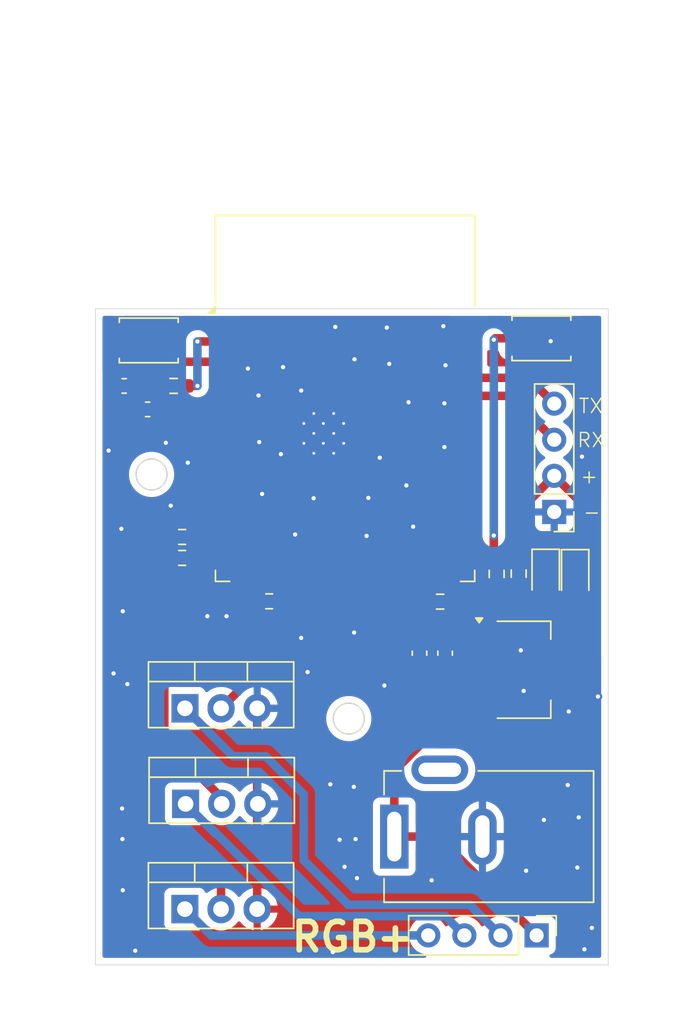
<source format=kicad_pcb>
(kicad_pcb (version 20241229) (generator "pcbnew") (generator_version "9.0")
  (layers (0 "F.Cu" signal) (2 "B.Cu" signal) (13 "F.Paste" user) (15 "B.Paste" user) (5 "F.SilkS" user "F.Silkscreen") (7 "B.SilkS" user "B.Silkscreen") (1 "F.Mask" user) (3 "B.Mask" user) (25 "Edge.Cuts" user))
  (net 0 "")
  (net 1 "/VDD33")
  (net 2 "GND")
  (net 3 "/EN")
  (net 4 "Net-(D5-A)")
  (net 5 "Net-(D6-A)")
  (net 6 "VCC")
  (net 7 "Net-(J2-Pin_3)")
  (net 8 "Net-(J2-Pin_4)")
  (net 9 "Net-(J2-Pin_2)")
  (net 10 "/TX")
  (net 11 "/RX")
  (net 12 "Net-(Q1-D)")
  (net 13 "Net-(Q2-D)")
  (net 14 "Net-(Q3-D)")
  (net 15 "/IO2")
  (net 16 "/IO0")
  (net 17 "/IO12")
  (net 18 "/IO13")
  (net 19 "/IO14")
  (net 20 "/IO16")
  (net 21 "/IO23")
  (net 22 "/IO15")
  (net 24 "/IO33")
  (net 25 "/IO17")
  (net 27 "/IO32")
  (net 28 "/IO35")
  (net 30 "/SVN")
  (net 31 "/SVP")
  (net 32 "/IO26")
  (net 33 "/IO4")
  (net 36 "/IO22")
  (net 37 "/IO25")
  (net 38 "/IO18")
  (net 39 "/IO5")
  (net 40 "/IO21")
  (net 41 "/IO19")
  (net 44 "/IO27")
  (net 45 "/IO34")
  (footprint "Package_TO_SOT_THT:TO-220-3_Vertical" (layer "F.Cu") (at 142.345 72.725)
    (property "Reference" "Q3" (hide yes))
    (property "Value" "IRLZ44N")
    (fp_line (start -2.57 -3.26) (end 7.65 -3.26) (stroke (width 0.12)) (layer "F.SilkS"))
    (fp_line (start -2.57 -1.88) (end 7.65 -1.88) (stroke (width 0.12)) (layer "F.SilkS"))
    (fp_line (start -2.57 1.36) (end -2.57 -3.26) (stroke (width 0.12)) (layer "F.SilkS"))
    (fp_line (start 0.69 -3.26) (end 0.69 -1.88) (stroke (width 0.12)) (layer "F.SilkS"))
    (fp_line (start 4.39 -3.26) (end 4.39 -1.88) (stroke (width 0.12)) (layer "F.SilkS"))
    (fp_line (start 7.65 -3.26) (end 7.65 1.36) (stroke (width 0.12)) (layer "F.SilkS"))
    (fp_line (start 7.65 1.36) (end -2.57 1.36) (stroke (width 0.12)) (layer "F.SilkS"))
    (pad "1" thru_hole rect (at 0 0) (size 1.905 2) (drill 1.1) (layers "*.Cu" "*.Mask") (net 8 "Net-(J2-Pin_4)"))
    (pad "2" thru_hole oval (at 2.54 0) (size 1.905 2) (drill 1.1) (layers "*.Cu" "*.Mask") (net 14 "Net-(Q3-D)"))
    (pad "3" thru_hole oval (at 5.08 0) (size 1.905 2) (drill 1.1) (layers "*.Cu" "*.Mask") (net 2 "GND"))
  )
  (footprint "Connector_PinHeader_2.54mm:PinHeader_1x04_P2.54mm_Vertical" (layer "F.Cu") (at 168.325 44.79 180)
    (property "Reference" "J3" (hide yes))
    (property "Value" "Conn_01x04_Pin")
    (fp_line (start 1.38 1.27) (end 1.38 9) (stroke (width 0.12)) (layer "F.SilkS"))
    (fp_line (start -1.38 9) (end 1.38 9) (stroke (width 0.12)) (layer "F.SilkS"))
    (fp_line (start -1.38 1.27) (end 1.38 1.27) (stroke (width 0.12)) (layer "F.SilkS"))
    (fp_line (start -1.38 1.27) (end -1.38 9) (stroke (width 0.12)) (layer "F.SilkS"))
    (fp_line (start -1.38 0) (end -1.38 -1.38) (stroke (width 0.12)) (layer "F.SilkS"))
    (fp_line (start -1.38 -1.38) (end 0 -1.38) (stroke (width 0.12)) (layer "F.SilkS"))
    (pad "1" thru_hole rect (at 0 0 180) (size 1.7 1.7) (drill 1) (layers "*.Cu" "*.Mask") (net 2 "GND"))
    (pad "2" thru_hole circle (at 0 2.54 180) (size 1.7 1.7) (drill 1) (layers "*.Cu" "*.Mask") (net 1 "/VDD33"))
    (pad "3" thru_hole circle (at 0 5.08 180) (size 1.7 1.7) (drill 1) (layers "*.Cu" "*.Mask") (net 11 "/RX"))
    (pad "4" thru_hole circle (at 0 7.62 180) (size 1.7 1.7) (drill 1) (layers "*.Cu" "*.Mask") (net 10 "/TX"))
  )
  (footprint "Capacitor_SMD:C_0603_1608Metric_Pad1.08x0.95mm_HandSolder" (layer "F.Cu") (at 138.075 35.925)
    (property "Reference" "C18" (hide yes))
    (property "Value" "104")
    (fp_line (start -0.146267 -0.51) (end 0.146267 -0.51) (stroke (width 0.12)) (layer "F.SilkS"))
    (fp_line (start -0.146267 0.51) (end 0.146267 0.51) (stroke (width 0.12)) (layer "F.SilkS"))
    (pad "1" smd roundrect (at -0.8625 0) (size 1.075 0.95) (layers "F.Cu" "F.Mask" "F.Paste") (net 2 "GND"))
    (pad "2" smd roundrect (at 0.8625 0) (size 1.075 0.95) (layers "F.Cu" "F.Mask" "F.Paste") (net 3 "/EN"))
  )
  (footprint "Resistor_SMD:R_0603_1608Metric_Pad0.98x0.95mm_HandSolder" (layer "F.Cu") (at 160.3 51.1)
    (property "Reference" "R1" (hide yes))
    (property "Value" "1k")
    (fp_line (start -0.254724 -0.5225) (end 0.254724 -0.5225) (stroke (width 0.12)) (layer "F.SilkS"))
    (fp_line (start -0.254724 0.5225) (end 0.254724 0.5225) (stroke (width 0.12)) (layer "F.SilkS"))
    (pad "1" smd roundrect (at -0.9125 0) (size 0.975 0.95) (layers "F.Cu" "F.Mask" "F.Paste") (net 15 "/IO2"))
    (pad "2" smd roundrect (at 0.9125 0) (size 0.975 0.95) (layers "F.Cu" "F.Mask" "F.Paste") (net 5 "Net-(D6-A)"))
  )
  (footprint "Button_Switch_SMD:SW_Push_SPST_NO_Alps_SKRK" (layer "F.Cu") (at 167.425 32.575)
    (property "Reference" "SW4" (hide yes))
    (property "Value" "SW_Push")
    (fp_line (start -2.07 -1.57) (end 2.07 -1.57) (stroke (width 0.12)) (layer "F.SilkS"))
    (fp_line (start -2.07 -1.27) (end -2.07 -1.57) (stroke (width 0.12)) (layer "F.SilkS"))
    (fp_line (start -2.07 1.57) (end -2.07 1.27) (stroke (width 0.12)) (layer "F.SilkS"))
    (fp_line (start 2.07 -1.57) (end 2.07 -1.27) (stroke (width 0.12)) (layer "F.SilkS"))
    (fp_line (start 2.07 1.27) (end 2.07 1.57) (stroke (width 0.12)) (layer "F.SilkS"))
    (fp_line (start 2.07 1.57) (end -2.07 1.57) (stroke (width 0.12)) (layer "F.SilkS"))
    (pad "1" smd roundrect (at -2.1 0) (size 0.8 2) (layers "F.Cu" "F.Mask" "F.Paste") (net 16 "/IO0"))
    (pad "2" smd roundrect (at 2.1 0) (size 0.8 2) (layers "F.Cu" "F.Mask" "F.Paste") (net 2 "GND"))
  )
  (footprint "Package_TO_SOT_SMD:SOT-223-3_TabPin2" (layer "F.Cu") (at 166.175 55.8875)
    (property "Reference" "U2" (hide yes))
    (property "Value" "AMS1117-3.3")
    (fp_line (start -1.85 -3.41) (end 1.91 -3.41) (stroke (width 0.12)) (layer "F.SilkS"))
    (fp_line (start -1.85 3.41) (end 1.91 3.41) (stroke (width 0.12)) (layer "F.SilkS"))
    (fp_line (start 1.91 -3.41) (end 1.91 -2.15) (stroke (width 0.12)) (layer "F.SilkS"))
    (fp_line (start 1.91 3.41) (end 1.91 2.15) (stroke (width 0.12)) (layer "F.SilkS"))
    (fp_poly (pts (xy -3.13 -3.31) (xy -3.37 -3.64) (xy -2.89 -3.64) (xy -3.13 -3.31)) (stroke (width 0.12)) (fill yes) (layer "F.SilkS"))
    (pad "1" smd roundrect (at -3.15 -2.3) (size 2 1.5) (layers "F.Cu" "F.Mask" "F.Paste") (net 2 "GND"))
    (pad "2" smd roundrect (at -3.15 0) (size 2 1.5) (layers "F.Cu" "F.Mask" "F.Paste") (net 1 "/VDD33"))
    (pad "2" smd roundrect (at 3.15 0) (size 2 3.8) (layers "F.Cu" "F.Mask" "F.Paste") (net 1 "/VDD33"))
    (pad "3" smd roundrect (at -3.15 2.3) (size 2 1.5) (layers "F.Cu" "F.Mask" "F.Paste") (net 6 "VCC"))
  )
  (footprint "Resistor_SMD:R_0603_1608Metric_Pad0.98x0.95mm_HandSolder" (layer "F.Cu") (at 141.55 35.925 180)
    (property "Reference" "R3" (hide yes))
    (property "Value" "10K")
    (fp_line (start -0.254724 0.5225) (end 0.254724 0.5225) (stroke (width 0.12)) (layer "F.SilkS"))
    (fp_line (start -0.254724 -0.5225) (end 0.254724 -0.5225) (stroke (width 0.12)) (layer "F.SilkS"))
    (pad "1" smd roundrect (at -0.9125 0 180) (size 0.975 0.95) (layers "F.Cu" "F.Mask" "F.Paste") (net 1 "/VDD33"))
    (pad "2" smd roundrect (at 0.9125 0 180) (size 0.975 0.95) (layers "F.Cu" "F.Mask" "F.Paste") (net 3 "/EN"))
  )
  (footprint "LED_SMD:LED_0805_2012Metric_Pad1.15x1.40mm_HandSolder" (layer "F.Cu") (at 169.8 49.3 -90)
    (property "Reference" "D6" (hide yes))
    (property "Value" "LED")
    (fp_line (start -1.86 0.96) (end 1 0.96) (stroke (width 0.12)) (layer "F.SilkS"))
    (fp_line (start -1.86 -0.96) (end -1.86 0.96) (stroke (width 0.12)) (layer "F.SilkS"))
    (fp_line (start 1 -0.96) (end -1.86 -0.96) (stroke (width 0.12)) (layer "F.SilkS"))
    (pad "1" smd roundrect (at -1.025 0 270) (size 1.15 1.4) (layers "F.Cu" "F.Mask" "F.Paste") (roundrect_rratio 0.217391) (net 2 "GND"))
    (pad "2" smd roundrect (at 1.025 0 270) (size 1.15 1.4) (layers "F.Cu" "F.Mask" "F.Paste") (roundrect_rratio 0.217391) (net 5 "Net-(D6-A)"))
  )
  (footprint "Package_TO_SOT_THT:TO-220-3_Vertical" (layer "F.Cu") (at 142.395 65.325)
    (property "Reference" "Q1" (hide yes))
    (property "Value" "IRLZ44N")
    (fp_line (start -2.57 -3.26) (end 7.65 -3.26) (stroke (width 0.12)) (layer "F.SilkS"))
    (fp_line (start -2.57 -1.88) (end 7.65 -1.88) (stroke (width 0.12)) (layer "F.SilkS"))
    (fp_line (start -2.57 1.36) (end -2.57 -3.26) (stroke (width 0.12)) (layer "F.SilkS"))
    (fp_line (start 0.69 -3.26) (end 0.69 -1.88) (stroke (width 0.12)) (layer "F.SilkS"))
    (fp_line (start 4.39 -3.26) (end 4.39 -1.88) (stroke (width 0.12)) (layer "F.SilkS"))
    (fp_line (start 7.65 -3.26) (end 7.65 1.36) (stroke (width 0.12)) (layer "F.SilkS"))
    (fp_line (start 7.65 1.36) (end -2.57 1.36) (stroke (width 0.12)) (layer "F.SilkS"))
    (pad "1" thru_hole rect (at 0 0) (size 1.905 2) (drill 1.1) (layers "*.Cu" "*.Mask") (net 7 "Net-(J2-Pin_3)"))
    (pad "2" thru_hole oval (at 2.54 0) (size 1.905 2) (drill 1.1) (layers "*.Cu" "*.Mask") (net 12 "Net-(Q1-D)"))
    (pad "3" thru_hole oval (at 5.08 0) (size 1.905 2) (drill 1.1) (layers "*.Cu" "*.Mask") (net 2 "GND"))
  )
  (footprint "Resistor_SMD:R_0603_1608Metric_Pad0.98x0.95mm_HandSolder" (layer "F.Cu") (at 165.825 49.125 -90)
    (property "Reference" "R2" (hide yes))
    (property "Value" "2.2k")
    (fp_line (start -0.254724 0.5225) (end 0.254724 0.5225) (stroke (width 0.12)) (layer "F.SilkS"))
    (fp_line (start -0.254724 -0.5225) (end 0.254724 -0.5225) (stroke (width 0.12)) (layer "F.SilkS"))
    (pad "1" smd roundrect (at -0.9125 0 270) (size 0.975 0.95) (layers "F.Cu" "F.Mask" "F.Paste") (net 1 "/VDD33"))
    (pad "2" smd roundrect (at 0.9125 0 270) (size 0.975 0.95) (layers "F.Cu" "F.Mask" "F.Paste") (net 4 "Net-(D5-A)"))
  )
  (footprint "LED_SMD:LED_0805_2012Metric_Pad1.15x1.40mm_HandSolder" (layer "F.Cu") (at 167.725 49.275 -90)
    (property "Reference" "D5" (hide yes))
    (property "Value" "LED")
    (fp_line (start -1.86 0.96) (end 1 0.96) (stroke (width 0.12)) (layer "F.SilkS"))
    (fp_line (start -1.86 -0.96) (end -1.86 0.96) (stroke (width 0.12)) (layer "F.SilkS"))
    (fp_line (start 1 -0.96) (end -1.86 -0.96) (stroke (width 0.12)) (layer "F.SilkS"))
    (pad "1" smd roundrect (at -1.025 0 270) (size 1.15 1.4) (layers "F.Cu" "F.Mask" "F.Paste") (roundrect_rratio 0.217391) (net 2 "GND"))
    (pad "2" smd roundrect (at 1.025 0 270) (size 1.15 1.4) (layers "F.Cu" "F.Mask" "F.Paste") (roundrect_rratio 0.217391) (net 4 "Net-(D5-A)"))
  )
  (footprint "Resistor_SMD:R_0603_1608Metric_Pad0.98x0.95mm_HandSolder" (layer "F.Cu") (at 164.275 49.15 90)
    (property "Reference" "R4" (hide yes))
    (property "Value" "10K")
    (fp_line (start -0.254724 -0.5225) (end 0.254724 -0.5225) (stroke (width 0.12)) (layer "F.SilkS"))
    (fp_line (start -0.254724 0.5225) (end 0.254724 0.5225) (stroke (width 0.12)) (layer "F.SilkS"))
    (pad "1" smd roundrect (at -0.9125 0 90) (size 0.975 0.95) (layers "F.Cu" "F.Mask" "F.Paste") (net 1 "/VDD33"))
    (pad "2" smd roundrect (at 0.9125 0 90) (size 0.975 0.95) (layers "F.Cu" "F.Mask" "F.Paste") (net 16 "/IO0"))
  )
  (footprint "Package_TO_SOT_THT:TO-220-3_Vertical" (layer "F.Cu") (at 142.35 58.6)
    (property "Reference" "Q2" (hide yes))
    (property "Value" "IRLZ44N")
    (fp_line (start -2.57 -3.26) (end 7.65 -3.26) (stroke (width 0.12)) (layer "F.SilkS"))
    (fp_line (start -2.57 -1.88) (end 7.65 -1.88) (stroke (width 0.12)) (layer "F.SilkS"))
    (fp_line (start -2.57 1.36) (end -2.57 -3.26) (stroke (width 0.12)) (layer "F.SilkS"))
    (fp_line (start 0.69 -3.26) (end 0.69 -1.88) (stroke (width 0.12)) (layer "F.SilkS"))
    (fp_line (start 4.39 -3.26) (end 4.39 -1.88) (stroke (width 0.12)) (layer "F.SilkS"))
    (fp_line (start 7.65 -3.26) (end 7.65 1.36) (stroke (width 0.12)) (layer "F.SilkS"))
    (fp_line (start 7.65 1.36) (end -2.57 1.36) (stroke (width 0.12)) (layer "F.SilkS"))
    (pad "1" thru_hole rect (at 0 0) (size 1.905 2) (drill 1.1) (layers "*.Cu" "*.Mask") (net 9 "Net-(J2-Pin_2)"))
    (pad "2" thru_hole oval (at 2.54 0) (size 1.905 2) (drill 1.1) (layers "*.Cu" "*.Mask") (net 13 "Net-(Q2-D)"))
    (pad "3" thru_hole oval (at 5.08 0) (size 1.905 2) (drill 1.1) (layers "*.Cu" "*.Mask") (net 2 "GND"))
  )
  (footprint "Capacitor_SMD:C_0603_1608Metric" (layer "F.Cu") (at 158.85 54.725 90)
    (property "Reference" "C2" (hide yes))
    (property "Value" "C")
    (fp_line (start -0.14058 -0.51) (end 0.14058 -0.51) (stroke (width 0.12)) (layer "F.SilkS"))
    (fp_line (start -0.14058 0.51) (end 0.14058 0.51) (stroke (width 0.12)) (layer "F.SilkS"))
    (pad "1" smd roundrect (at -0.775 0 90) (size 0.9 0.95) (layers "F.Cu" "F.Mask" "F.Paste") (net 1 "/VDD33"))
    (pad "2" smd roundrect (at 0.775 0 90) (size 0.9 0.95) (layers "F.Cu" "F.Mask" "F.Paste") (net 2 "GND"))
  )
  (footprint "Button_Switch_SMD:SW_Push_SPST_NO_Alps_SKRK" (layer "F.Cu") (at 139.8 32.725)
    (property "Reference" "SW3" (hide yes))
    (property "Value" "SW_Push")
    (fp_line (start -2.07 -1.57) (end 2.07 -1.57) (stroke (width 0.12)) (layer "F.SilkS"))
    (fp_line (start -2.07 -1.27) (end -2.07 -1.57) (stroke (width 0.12)) (layer "F.SilkS"))
    (fp_line (start -2.07 1.57) (end -2.07 1.27) (stroke (width 0.12)) (layer "F.SilkS"))
    (fp_line (start 2.07 -1.57) (end 2.07 -1.27) (stroke (width 0.12)) (layer "F.SilkS"))
    (fp_line (start 2.07 1.27) (end 2.07 1.57) (stroke (width 0.12)) (layer "F.SilkS"))
    (fp_line (start 2.07 1.57) (end -2.07 1.57) (stroke (width 0.12)) (layer "F.SilkS"))
    (pad "1" smd roundrect (at -2.1 0) (size 0.8 2) (layers "F.Cu" "F.Mask" "F.Paste") (net 3 "/EN"))
    (pad "2" smd roundrect (at 2.1 0) (size 0.8 2) (layers "F.Cu" "F.Mask" "F.Paste") (net 2 "GND"))
  )
  (footprint "Connector_BarrelJack:BarrelJack_Kycon_KLDX-0202-xC_Horizontal" (layer "F.Cu") (at 157.075 67.625 180)
    (property "Reference" "J1" (hide yes))
    (property "Value" "Barrel_Jack_MountingPin")
    (fp_line (start 0.72 4.62) (end 0.72 2.95) (stroke (width 0.12)) (layer "F.SilkS"))
    (fp_line (start 0.72 -2.95) (end 0.72 -4.62) (stroke (width 0.12)) (layer "F.SilkS"))
    (fp_line (start 0.72 -4.62) (end -14.02 -4.62) (stroke (width 0.12)) (layer "F.SilkS"))
    (fp_line (start -0.5 4.62) (end 0.72 4.62) (stroke (width 0.12)) (layer "F.SilkS"))
    (fp_line (start -14.02 4.62) (end -5.9 4.62) (stroke (width 0.12)) (layer "F.SilkS"))
    (fp_line (start -14.02 -4.62) (end -14.02 4.62) (stroke (width 0.12)) (layer "F.SilkS"))
    (pad "1" thru_hole rect (at 0 0 180) (size 2 4.5) (drill oval 1 3.5) (layers "*.Cu" "*.Mask") (net 6 "VCC"))
    (pad "2" thru_hole oval (at -6.2 0 180) (size 2 4) (drill oval 1 3) (layers "*.Cu" "*.Mask") (net 2 "GND"))
    (pad "3" thru_hole oval (at -3.2 4.7 270) (size 2 4) (drill oval 1 3) (layers "*.Cu" "*.Mask"))
  )
  (footprint "Capacitor_SMD:C_0603_1608Metric" (layer "F.Cu") (at 160.65 54.725 90)
    (property "Reference" "C1" (hide yes))
    (property "Value" "C")
    (fp_line (start -0.14058 -0.51) (end 0.14058 -0.51) (stroke (width 0.12)) (layer "F.SilkS"))
    (fp_line (start -0.14058 0.51) (end 0.14058 0.51) (stroke (width 0.12)) (layer "F.SilkS"))
    (pad "1" smd roundrect (at -0.775 0 90) (size 0.9 0.95) (layers "F.Cu" "F.Mask" "F.Paste") (net 1 "/VDD33"))
    (pad "2" smd roundrect (at 0.775 0 90) (size 0.9 0.95) (layers "F.Cu" "F.Mask" "F.Paste") (net 2 "GND"))
  )
  (footprint "RF_Module:ESP32-WROOM-32D" (layer "F.Cu") (at 153.6125 39.795)
    (property "Reference" "U1" (hide yes))
    (property "Value" "ESP32-WROOM-32E")
    (fp_line (start -9.12 -15.86) (end -9.12 -9.7) (stroke (width 0.12)) (layer "F.SilkS"))
    (fp_line (start -9.12 -15.86) (end 9.12 -15.86) (stroke (width 0.12)) (layer "F.SilkS"))
    (fp_line (start -9.12 9.1) (end -9.12 9.88) (stroke (width 0.12)) (layer "F.SilkS"))
    (fp_line (start -9.12 9.88) (end -8.12 9.88) (stroke (width 0.12)) (layer "F.SilkS"))
    (fp_line (start 9.12 -15.86) (end 9.12 -9.445) (stroke (width 0.12)) (layer "F.SilkS"))
    (fp_line (start 9.12 9.1) (end 9.12 9.88) (stroke (width 0.12)) (layer "F.SilkS"))
    (fp_line (start 9.12 9.88) (end 8.12 9.88) (stroke (width 0.12)) (layer "F.SilkS"))
    (fp_poly (pts (xy -9.125 -8.975) (xy -9.625 -8.975) (xy -9.125 -9.475) (xy -9.125 -8.975)) (stroke (width 0.12)) (fill yes) (layer "F.SilkS"))
    (pad "1" smd rect (at -8.75 -8.25) (size 1.5 0.9) (layers "F.Cu" "F.Mask" "F.Paste") (net 2 "GND"))
    (pad "2" smd rect (at -8.75 -6.98) (size 1.5 0.9) (layers "F.Cu" "F.Mask" "F.Paste") (net 1 "/VDD33"))
    (pad "3" smd rect (at -8.75 -5.71) (size 1.5 0.9) (layers "F.Cu" "F.Mask" "F.Paste") (net 3 "/EN"))
    (pad "4" smd rect (at -8.75 -4.44) (size 1.5 0.9) (layers "F.Cu" "F.Mask" "F.Paste") (net 31 "/SVP"))
    (pad "5" smd rect (at -8.75 -3.17) (size 1.5 0.9) (layers "F.Cu" "F.Mask" "F.Paste") (net 30 "/SVN"))
    (pad "6" smd rect (at -8.75 -1.9) (size 1.5 0.9) (layers "F.Cu" "F.Mask" "F.Paste") (net 45 "/IO34"))
    (pad "7" smd rect (at -8.75 -0.63) (size 1.5 0.9) (layers "F.Cu" "F.Mask" "F.Paste") (net 28 "/IO35"))
    (pad "8" smd rect (at -8.75 0.64) (size 1.5 0.9) (layers "F.Cu" "F.Mask" "F.Paste") (net 27 "/IO32"))
    (pad "9" smd rect (at -8.75 1.91) (size 1.5 0.9) (layers "F.Cu" "F.Mask" "F.Paste") (net 24 "/IO33"))
    (pad "10" smd rect (at -8.75 3.18) (size 1.5 0.9) (layers "F.Cu" "F.Mask" "F.Paste") (net 37 "/IO25"))
    (pad "11" smd rect (at -8.75 4.45) (size 1.5 0.9) (layers "F.Cu" "F.Mask" "F.Paste") (net 32 "/IO26"))
    (pad "12" smd rect (at -8.75 5.72) (size 1.5 0.9) (layers "F.Cu" "F.Mask" "F.Paste") (net 44 "/IO27"))
    (pad "13" smd rect (at -8.75 6.99) (size 1.5 0.9) (layers "F.Cu" "F.Mask" "F.Paste") (net 19 "/IO14"))
    (pad "14" smd rect (at -8.75 8.26) (size 1.5 0.9) (layers "F.Cu" "F.Mask" "F.Paste") (net 17 "/IO12"))
    (pad "15" smd rect (at -5.71 9.51 90) (size 1.5 0.9) (layers "F.Cu" "F.Mask" "F.Paste") (net 2 "GND"))
    (pad "16" smd rect (at -4.44 9.51 90) (size 1.5 0.9) (layers "F.Cu" "F.Mask" "F.Paste") (net 18 "/IO13"))
    (pad "17" smd rect (at -3.17 9.51 90) (size 1.5 0.9) (layers "F.Cu" "F.Mask" "F.Paste"))
    (pad "18" smd rect (at -1.9 9.51 90) (size 1.5 0.9) (layers "F.Cu" "F.Mask" "F.Paste"))
    (pad "19" smd rect (at -0.63 9.51 90) (size 1.5 0.9) (layers "F.Cu" "F.Mask" "F.Paste"))
    (pad "20" smd rect (at 0.64 9.51 90) (size 1.5 0.9) (layers "F.Cu" "F.Mask" "F.Paste"))
    (pad "21" smd rect (at 1.91 9.51 90) (size 1.5 0.9) (layers "F.Cu" "F.Mask" "F.Paste"))
    (pad "22" smd rect (at 3.18 9.51 90) (size 1.5 0.9) (layers "F.Cu" "F.Mask" "F.Paste"))
    (pad "23" smd rect (at 4.45 9.51 90) (size 1.5 0.9) (layers "F.Cu" "F.Mask" "F.Paste") (net 22 "/IO15"))
    (pad "24" smd rect (at 5.72 9.51 90) (size 1.5 0.9) (layers "F.Cu" "F.Mask" "F.Paste") (net 15 "/IO2"))
    (pad "25" smd rect (at 8.75 8.26) (size 1.5 0.9) (layers "F.Cu" "F.Mask" "F.Paste") (net 16 "/IO0"))
    (pad "26" smd rect (at 8.75 6.99) (size 1.5 0.9) (layers "F.Cu" "F.Mask" "F.Paste") (net 33 "/IO4"))
    (pad "27" smd rect (at 8.75 5.72) (size 1.5 0.9) (layers "F.Cu" "F.Mask" "F.Paste") (net 20 "/IO16"))
    (pad "28" smd rect (at 8.75 4.45) (size 1.5 0.9) (layers "F.Cu" "F.Mask" "F.Paste") (net 25 "/IO17"))
    (pad "29" smd rect (at 8.75 3.18) (size 1.5 0.9) (layers "F.Cu" "F.Mask" "F.Paste") (net 39 "/IO5"))
    (pad "30" smd rect (at 8.75 1.91) (size 1.5 0.9) (layers "F.Cu" "F.Mask" "F.Paste") (net 38 "/IO18"))
    (pad "31" smd rect (at 8.75 0.64) (size 1.5 0.9) (layers "F.Cu" "F.Mask" "F.Paste") (net 41 "/IO19"))
    (pad "32" smd rect (at 8.75 -0.63) (size 1.5 0.9) (layers "F.Cu" "F.Mask" "F.Paste"))
    (pad "33" smd rect (at 8.75 -1.9) (size 1.5 0.9) (layers "F.Cu" "F.Mask" "F.Paste") (net 40 "/IO21"))
    (pad "34" smd rect (at 8.75 -3.17) (size 1.5 0.9) (layers "F.Cu" "F.Mask" "F.Paste") (net 11 "/RX"))
    (pad "35" smd rect (at 8.75 -4.44) (size 1.5 0.9) (layers "F.Cu" "F.Mask" "F.Paste") (net 10 "/TX"))
    (pad "36" smd rect (at 8.75 -5.71) (size 1.5 0.9) (layers "F.Cu" "F.Mask" "F.Paste") (net 36 "/IO22"))
    (pad "37" smd rect (at 8.75 -6.98) (size 1.5 0.9) (layers "F.Cu" "F.Mask" "F.Paste") (net 21 "/IO23"))
    (pad "38" smd rect (at 8.75 -8.25) (size 1.5 0.9) (layers "F.Cu" "F.Mask" "F.Paste") (net 2 "GND"))
    (pad "39" smd rect (at -2.9 -1.93) (size 0.9 0.9) (layers "F.Cu" "F.Paste") (net 2 "GND"))
    (pad "39" thru_hole circle (at -2.9 -1.23) (size 0.6 0.6) (drill 0.2) (property pad_prop_heatsink) (layers "*.Cu" "F.Mask") (net 2 "GND"))
    (pad "39" smd rect (at -2.9 -0.53) (size 0.9 0.9) (layers "F.Cu" "F.Paste") (net 2 "GND"))
    (pad "39" thru_hole circle (at -2.9 0.17) (size 0.6 0.6) (drill 0.2) (property pad_prop_heatsink) (layers "*.Cu" "F.Mask") (net 2 "GND"))
    (pad "39" smd rect (at -2.9 0.87) (size 0.9 0.9) (layers "F.Cu" "F.Paste") (net 2 "GND"))
    (pad "39" thru_hole circle (at -2.2 -1.93) (size 0.6 0.6) (drill 0.2) (property pad_prop_heatsink) (layers "*.Cu" "F.Mask") (net 2 "GND"))
    (pad "39" thru_hole circle (at -2.2 -0.53) (size 0.6 0.6) (drill 0.2) (property pad_prop_heatsink) (layers "*.Cu" "F.Mask") (net 2 "GND"))
    (pad "39" thru_hole circle (at -2.2 0.87) (size 0.6 0.6) (drill 0.2) (property pad_prop_heatsink) (layers "*.Cu" "F.Mask") (net 2 "GND"))
    (pad "39" thru_hole circle (at -1.525 -1.23) (size 0.6 0.6) (drill 0.2) (property pad_prop_heatsink) (layers "*.Cu" "F.Mask") (net 2 "GND"))
    (pad "39" thru_hole circle (at -1.525 0.17) (size 0.6 0.6) (drill 0.2) (property pad_prop_heatsink) (layers "*.Cu" "F.Mask") (net 2 "GND"))
    (pad "39" smd rect (at -1.5 -1.93) (size 0.9 0.9) (layers "F.Cu" "F.Paste") (net 2 "GND"))
    (pad "39" smd rect (at -1.5 -0.53) (size 0.9 0.9) (layers "F.Cu" "F.Paste") (net 2 "GND"))
    (pad "39" smd rect (at -1.5 -0.53) (size 3.8 3.8) (property pad_prop_heatsink) (layers "F.Cu" "F.Mask") (net 2 "GND"))
    (pad "39" smd rect (at -1.5 0.87) (size 0.9 0.9) (layers "F.Cu" "F.Paste") (net 2 "GND"))
    (pad "39" thru_hole circle (at -0.8 -1.93) (size 0.6 0.6) (drill 0.2) (property pad_prop_heatsink) (layers "*.Cu" "F.Mask") (net 2 "GND"))
    (pad "39" thru_hole circle (at -0.8 -0.53) (size 0.6 0.6) (drill 0.2) (property pad_prop_heatsink) (layers "*.Cu" "F.Mask") (net 2 "GND"))
    (pad "39" thru_hole circle (at -0.8 0.87) (size 0.6 0.6) (drill 0.2) (property pad_prop_heatsink) (layers "*.Cu" "F.Mask") (net 2 "GND"))
    (pad "39" smd rect (at -0.1 -1.93) (size 0.9 0.9) (layers "F.Cu" "F.Paste") (net 2 "GND"))
    (pad "39" thru_hole circle (at -0.1 -1.23) (size 0.6 0.6) (drill 0.2) (property pad_prop_heatsink) (layers "*.Cu" "F.Mask") (net 2 "GND"))
    (pad "39" smd rect (at -0.1 -0.53) (size 0.9 0.9) (layers "F.Cu" "F.Paste") (net 2 "GND"))
    (pad "39" thru_hole circle (at -0.1 0.17) (size 0.6 0.6) (drill 0.2) (property pad_prop_heatsink) (layers "*.Cu" "F.Mask") (net 2 "GND"))
    (pad "39" smd rect (at -0.1 0.87) (size 0.9 0.9) (layers "F.Cu" "F.Paste") (net 2 "GND"))
    (zone (net 0) (net_name "") (layers "F.Cu" "B.Cu") (connect_pads (clearance 0)) (min_thickness 0.254)
      (keepout (tracks not_allowed) (vias not_allowed) (pads not_allowed) (copperpour not_allowed) (footprints not_allowed))
      (fill (thermal_gap 0.508) (thermal_bridge_width 0.508))
      (polygon (pts (xy 129.6125 30.245) (xy 177.6125 30.245) (xy 177.6125 9.055) (xy 129.6125 9.055)))
    )
  )
  (footprint "Resistor_SMD:R_0603_1608Metric" (layer "F.Cu") (at 148.275 51.075)
    (property "Reference" "R6" (hide yes))
    (property "Value" "220R")
    (fp_line (start -0.237258 -0.5225) (end 0.237258 -0.5225) (stroke (width 0.12)) (layer "F.SilkS"))
    (fp_line (start -0.237258 0.5225) (end 0.237258 0.5225) (stroke (width 0.12)) (layer "F.SilkS"))
    (pad "1" smd roundrect (at -0.825 0) (size 0.8 0.95) (layers "F.Cu" "F.Mask" "F.Paste") (net 13 "Net-(Q2-D)"))
    (pad "2" smd roundrect (at 0.825 0) (size 0.8 0.95) (layers "F.Cu" "F.Mask" "F.Paste") (net 18 "/IO13"))
  )
  (footprint "Resistor_SMD:R_0603_1608Metric" (layer "F.Cu") (at 142.15 46.55)
    (property "Reference" "R7" (hide yes))
    (property "Value" "220")
    (fp_line (start -0.237258 -0.5225) (end 0.237258 -0.5225) (stroke (width 0.12)) (layer "F.SilkS"))
    (fp_line (start -0.237258 0.5225) (end 0.237258 0.5225) (stroke (width 0.12)) (layer "F.SilkS"))
    (pad "1" smd roundrect (at -0.825 0) (size 0.8 0.95) (layers "F.Cu" "F.Mask" "F.Paste") (net 14 "Net-(Q3-D)"))
    (pad "2" smd roundrect (at 0.825 0) (size 0.8 0.95) (layers "F.Cu" "F.Mask" "F.Paste") (net 19 "/IO14"))
  )
  (footprint "Capacitor_SMD:C_0603_1608Metric_Pad1.08x0.95mm_HandSolder" (layer "F.Cu") (at 139.725 37.575)
    (property "Reference" "C22" (hide yes))
    (property "Value" "47uF")
    (fp_line (start -0.146267 -0.51) (end 0.146267 -0.51) (stroke (width 0.12)) (layer "F.SilkS"))
    (fp_line (start -0.146267 0.51) (end 0.146267 0.51) (stroke (width 0.12)) (layer "F.SilkS"))
    (pad "1" smd roundrect (at -0.8625 0) (size 1.075 0.95) (layers "F.Cu" "F.Mask" "F.Paste") (net 2 "GND"))
    (pad "2" smd roundrect (at 0.8625 0) (size 1.075 0.95) (layers "F.Cu" "F.Mask" "F.Paste") (net 1 "/VDD33"))
  )
  (footprint "Resistor_SMD:R_0603_1608Metric" (layer "F.Cu") (at 142.15 48.025)
    (property "Reference" "R5" (hide yes))
    (property "Value" "220R")
    (fp_line (start -0.237258 -0.5225) (end 0.237258 -0.5225) (stroke (width 0.12)) (layer "F.SilkS"))
    (fp_line (start -0.237258 0.5225) (end 0.237258 0.5225) (stroke (width 0.12)) (layer "F.SilkS"))
    (pad "1" smd roundrect (at -0.825 0) (size 0.8 0.95) (layers "F.Cu" "F.Mask" "F.Paste") (net 12 "Net-(Q1-D)"))
    (pad "2" smd roundrect (at 0.825 0) (size 0.8 0.95) (layers "F.Cu" "F.Mask" "F.Paste") (net 17 "/IO12"))
  )
  (footprint "Connector_PinHeader_2.54mm:PinHeader_1x04_P2.54mm_Vertical" (layer "F.Cu") (at 167.085 74.575 -90)
    (property "Reference" "J2" (hide yes))
    (property "Value" "Conn_01x04_Pin")
    (fp_line (start -1.38 9) (end 1.38 9) (stroke (width 0.12)) (layer "F.SilkS"))
    (fp_line (start -1.38 1.27) (end -1.38 9) (stroke (width 0.12)) (layer "F.SilkS"))
    (fp_line (start -1.38 1.27) (end 1.38 1.27) (stroke (width 0.12)) (layer "F.SilkS"))
    (fp_line (start 1.38 1.27) (end 1.38 9) (stroke (width 0.12)) (layer "F.SilkS"))
    (fp_line (start -1.38 0) (end -1.38 -1.38) (stroke (width 0.12)) (layer "F.SilkS"))
    (fp_line (start -1.38 -1.38) (end 0 -1.38) (stroke (width 0.12)) (layer "F.SilkS"))
    (pad "1" thru_hole rect (at 0 0 270) (size 1.7 1.7) (drill 1) (layers "*.Cu" "*.Mask") (net 6 "VCC"))
    (pad "2" thru_hole circle (at 0 2.54 270) (size 1.7 1.7) (drill 1) (layers "*.Cu" "*.Mask") (net 9 "Net-(J2-Pin_2)"))
    (pad "3" thru_hole circle (at 0 5.08 270) (size 1.7 1.7) (drill 1) (layers "*.Cu" "*.Mask") (net 7 "Net-(J2-Pin_3)"))
    (pad "4" thru_hole circle (at 0 7.62 270) (size 1.7 1.7) (drill 1) (layers "*.Cu" "*.Mask") (net 8 "Net-(J2-Pin_4)"))
  )
  (gr_circle (center 153.875 59.325) (end 154.525 60.2) (stroke (width 0.1)) (fill no) (layer "Edge.Cuts"))
  (gr_rect (start 136.05 30.5) (end 172.125 76.65) (stroke (width 0.05)) (fill no) (layer "Edge.Cuts"))
  (gr_circle (center 140 42.15) (end 140.65 43.025) (stroke (width 0.1)) (fill no) (layer "Edge.Cuts"))
  (gr_text "_\n" (at 170.525 44.9 0) (layer "F.SilkS") (effects (font (size 1 1) (thickness 0.1)) (justify left bottom)))
  (gr_text "+\n\n" (at 170.1 44.475 0) (layer "F.SilkS") (effects (font (size 1 1) (thickness 0.1)) (justify left bottom)))
  (gr_text "TX" (at 169.975 37.925 0) (layer "F.SilkS") (effects (font (size 1 1) (thickness 0.1)) (justify left bottom)))
  (gr_text "RX\n" (at 169.875 40.325 0) (layer "F.SilkS") (effects (font (size 1 1) (thickness 0.1)) (justify left bottom)))
  (gr_text "RGB+" (at 149.65 75.85 0) (layer "F.SilkS") (effects (font (size 2 2) (thickness 0.4) (bold yes)) (justify left bottom)))
  (segment (start 162.6375 55.5) (end 163.025 55.8875) (width 0.6) (layer "F.Cu") (net 1))
  (segment (start 165.825 44.75) (end 168.325 42.25) (width 0.6) (layer "F.Cu") (net 1))
  (segment (start 165.825 48.2125) (end 165.825 44.75) (width 0.6) (layer "F.Cu") (net 1))
  (segment (start 169.325 55.8875) (end 171.001 54.2115) (width 0.6) (layer "F.Cu") (net 1))
  (segment (start 144.8475 32.8) (end 144.8625 32.815) (width 0.6) (layer "F.Cu") (net 1))
  (segment (start 161.6875 50.0625) (end 164.275 50.0625) (width 0.6) (layer "F.Cu") (net 1))
  (segment (start 160.95 49.325) (end 161.6875 50.0625) (width 0.6) (layer "F.Cu") (net 1))
  (segment (start 144.8625 32.815) (end 150.7265 32.815) (width 0.6) (layer "F.Cu") (net 1))
  (segment (start 164.275 50.0625) (end 164.275 49.775978) (width 0.6) (layer "F.Cu") (net 1))
  (segment (start 142.4625 35.925) (end 143.225 35.925) (width 0.6) (layer "F.Cu") (net 1))
  (segment (start 140.5875 37.575) (end 140.8125 37.575) (width 0.6) (layer "F.Cu") (net 1))
  (segment (start 160.95 43.0385) (end 160.95 49.325) (width 0.6) (layer "F.Cu") (net 1))
  (segment (start 143.225 32.8) (end 144.8475 32.8) (width 0.6) (layer "F.Cu") (net 1))
  (segment (start 165.825 48.225978) (end 165.825 48.2125) (width 0.6) (layer "F.Cu") (net 1))
  (segment (start 163.025 55.8875) (end 169.325 55.8875) (width 0.6) (layer "F.Cu") (net 1))
  (segment (start 150.7265 32.815) (end 160.95 43.0385) (width 0.6) (layer "F.Cu") (net 1))
  (segment (start 140.8125 37.575) (end 142.4625 35.925) (width 0.6) (layer "F.Cu") (net 1))
  (segment (start 171.001 44.926) (end 168.325 42.25) (width 0.6) (layer "F.Cu") (net 1))
  (segment (start 164.275 49.775978) (end 165.825 48.225978) (width 0.6) (layer "F.Cu") (net 1))
  (segment (start 158.85 55.5) (end 162.6375 55.5) (width 0.6) (layer "F.Cu") (net 1))
  (segment (start 171.001 54.2115) (end 171.001 44.926) (width 0.6) (layer "F.Cu") (net 1))
  (via (at 143.225 35.925) (size 0.6) (drill 0.3) (layers "F.Cu" "B.Cu") (net 1))
  (via (at 143.225 32.8) (size 0.6) (drill 0.3) (layers "F.Cu" "B.Cu") (net 1))
  (segment (start 143.225 32.825) (end 143.225 32.8) (width 0.6) (layer "B.Cu") (net 1))
  (segment (start 143.225 35.925) (end 143.225 32.825) (width 0.6) (layer "B.Cu") (net 1))
  (segment (start 167.725 48.25) (end 169.775 48.25) (width 0.6) (layer "F.Cu") (net 2))
  (segment (start 147.43 72.72) (end 147.425 72.725) (width 0.6) (layer "F.Cu") (net 2))
  (segment (start 147.43 58.6) (end 147.43 72.72) (width 0.6) (layer "F.Cu") (net 2))
  (segment (start 169.775 48.25) (end 169.8 48.275) (width 0.6) (layer "F.Cu") (net 2))
  (via (at 160.675 34.475) (size 0.6) (drill 0.3) (layers "F.Cu" "B.Cu") (net 2))
  (via (at 166.35 70.025) (size 0.6) (drill 0.3) (layers "F.Cu" "B.Cu") (net 2))
  (via (at 143.925 52.125) (size 0.6) (drill 0.3) (layers "F.Cu" "B.Cu") (net 2))
  (via (at 170.05 66.275) (size 0.6) (drill 0.3) (layers "F.Cu" "B.Cu") (net 2))
  (via (at 137.975 51.775) (size 0.6) (drill 0.3) (layers "F.Cu" "B.Cu") (net 2))
  (via (at 147.575 39.875) (size 0.6) (drill 0.3) (layers "F.Cu" "B.Cu") (net 2))
  (via (at 137.925 65.65) (size 0.6) (drill 0.3) (layers "F.Cu" "B.Cu") (net 2))
  (via (at 152.925 31.775) (size 0.6) (drill 0.3) (layers "F.Cu" "B.Cu") (net 2))
  (via (at 153.225 67.85) (size 0.6) (drill 0.3) (layers "F.Cu" "B.Cu") (net 2))
  (via (at 141.35 44.35) (size 0.6) (drill 0.3) (layers "F.Cu" "B.Cu") (net 2))
  (via (at 154.45 70.55) (size 0.6) (drill 0.3) (layers "F.Cu" "B.Cu") (net 2))
  (via (at 154.275 34.05) (size 0.6) (drill 0.3) (layers "F.Cu" "B.Cu") (net 2))
  (via (at 149.1 40.725) (size 0.6) (drill 0.3) (layers "F.Cu" "B.Cu") (net 2))
  (via (at 155.25 43.8) (size 0.6) (drill 0.3) (layers "F.Cu" "B.Cu") (net 2))
  (via (at 142.55 41.325) (size 0.6) (drill 0.3) (layers "F.Cu" "B.Cu") (net 2))
  (via (at 171.4 57.775) (size 0.6) (drill 0.3) (layers "F.Cu" "B.Cu") (net 2))
  (via (at 169.35 58.825) (size 0.6) (drill 0.3) (layers "F.Cu" "B.Cu") (net 2))
  (via (at 138.85 75.65) (size 0.6) (drill 0.3) (layers "F.Cu" "B.Cu") (net 2))
  (via (at 136.975 40.475) (size 0.6) (drill 0.3) (layers "F.Cu" "B.Cu") (net 2))
  (via (at 159.7 70.7) (size 0.6) (drill 0.3) (layers "F.Cu" "B.Cu") (net 2))
  (via (at 170.45 75.55) (size 0.6) (drill 0.3) (layers "F.Cu" "B.Cu") (net 2))
  (via (at 169.95 69.8) (size 0.6) (drill 0.3) (layers "F.Cu" "B.Cu") (net 2))
  (via (at 154.25 53.275) (size 0.6) (drill 0.3) (layers "F.Cu" "B.Cu") (net 2))
  (via (at 158.4 45.825) (size 0.6) (drill 0.3) (layers "F.Cu" "B.Cu") (net 2))
  (via (at 156.05 40.975) (size 0.6) (drill 0.3) (layers "F.Cu" "B.Cu") (net 2))
  (via (at 154.225 64.125) (size 0.6) (drill 0.3) (layers "F.Cu" "B.Cu") (net 2))
  (via (at 150.1 46.375) (size 0.6) (drill 0.3) (layers "F.Cu" "B.Cu") (net 2))
  (via (at 141 39.925) (size 0.6) (drill 0.3) (layers "F.Cu" "B.Cu") (net 2))
  (via (at 158.075 37.075) (size 0.6) (drill 0.3) (layers "F.Cu" "B.Cu") (net 2))
  (via (at 170.275 40.9) (size 0.6) (drill 0.3) (layers "F.Cu" "B.Cu") (net 2))
  (via (at 152.75 75.75) (size 0.6) (drill 0.3) (layers "F.Cu" "B.Cu") (net 2))
  (via (at 165.975 54.525) (size 0.6) (drill 0.3) (layers "F.Cu" "B.Cu") (net 2))
  (via (at 145.275 52.125) (size 0.6) (drill 0.3) (layers "F.Cu" "B.Cu") (net 2))
  (via (at 157.925 42.925) (size 0.6) (drill 0.3) (layers "F.Cu" "B.Cu") (net 2))
  (via (at 153.575 69.75) (size 0.6) (drill 0.3) (layers "F.Cu" "B.Cu") (net 2))
  (via (at 156.725 34.375) (size 0.6) (drill 0.3) (layers "F.Cu" "B.Cu") (net 2))
  (via (at 149.25 34.6) (size 0.6) (drill 0.3) (layers "F.Cu" "B.Cu") (net 2))
  (via (at 137.95 67.8) (size 0.6) (drill 0.3) (layers "F.Cu" "B.Cu") (net 2))
  (via (at 151.4 43.825) (size 0.6) (drill 0.3) (layers "F.Cu" "B.Cu") (net 2))
  (via (at 137.975 71.4) (size 0.6) (drill 0.3) (layers "F.Cu" "B.Cu") (net 2))
  (via (at 160.6 37.15) (size 0.6) (drill 0.3) (layers "F.Cu" "B.Cu") (net 2))
  (via (at 155.125 46.475) (size 0.6) (drill 0.3) (layers "F.Cu" "B.Cu") (net 2))
  (via (at 167.6 66.45) (size 0.6) (drill 0.3) (layers "F.Cu" "B.Cu") (net 2))
  (via (at 150.975 56.05) (size 0.6) (drill 0.3) (layers "F.Cu" "B.Cu") (net 2))
  (via (at 168.075 32.775) (size 0.6) (drill 0.3) (layers "F.Cu" "B.Cu") (net 2))
  (via (at 160.525 31.725) (size 0.6) (drill 0.3) (layers "F.Cu" "B.Cu") (net 2))
  (via (at 137.325 56.15) (size 0.6) (drill 0.3) (layers "F.Cu" "B.Cu") (net 2))
  (via (at 137.875 45.975) (size 0.6) (drill 0.3) (layers "F.Cu" "B.Cu") (net 2))
  (via (at 147.525 36.6) (size 0.6) (drill 0.3) (layers "F.Cu" "B.Cu") (net 2))
  (via (at 169.275 64) (size 0.6) (drill 0.3) (layers "F.Cu" "B.Cu") (net 2))
  (via (at 154.35 67.8) (size 0.6) (drill 0.3) (layers "F.Cu" "B.Cu") (net 2))
  (via (at 166.175 57.375) (size 0.6) (drill 0.3) (layers "F.Cu" "B.Cu") (net 2))
  (via (at 170.975 74.05) (size 0.6) (drill 0.3) (layers "F.Cu" "B.Cu") (net 2))
  (via (at 146.775 34.7) (size 0.6) (drill 0.3) (layers "F.Cu" "B.Cu") (net 2))
  (via (at 150.525 36.25) (size 0.6) (drill 0.3) (layers "F.Cu" "B.Cu") (net 2))
  (via (at 156.375 57) (size 0.6) (drill 0.3) (layers "F.Cu" "B.Cu") (net 2))
  (via (at 152.575 63.95) (size 0.6) (drill 0.3) (layers "F.Cu" "B.Cu") (net 2))
  (via (at 150.525 53.65) (size 0.6) (drill 0.3) (layers "F.Cu" "B.Cu") (net 2))
  (via (at 156.55 31.825) (size 0.6) (drill 0.3) (layers "F.Cu" "B.Cu") (net 2))
  (via (at 138.3 56.9) (size 0.6) (drill 0.3) (layers "F.Cu" "B.Cu") (net 2))
  (via (at 147.775 43.525) (size 0.6) (drill 0.3) (layers "F.Cu" "B.Cu") (net 2))
  (via (at 160.6 40.225) (size 0.6) (drill 0.3) (layers "F.Cu" "B.Cu") (net 2))
  (segment (start 140.025 35.05) (end 140.025 35.775) (width 0.6) (layer "F.Cu") (net 3))
  (segment (start 144.7215 34.226) (end 141.574 34.226) (width 0.6) (layer "F.Cu") (net 3))
  (segment (start 140.025 35.775) (end 139.875 35.925) (width 0.6) (layer "F.Cu") (net 3))
  (segment (start 140.6375 35.925) (end 139.875 35.925) (width 0.6) (layer "F.Cu") (net 3))
  (segment (start 144.8625 34.085) (end 144.7215 34.226) (width 0.6) (layer "F.Cu") (net 3))
  (segment (start 139.875 35.925) (end 138.9375 35.925) (width 0.6) (layer "F.Cu") (net 3))
  (segment (start 137.7 32.725) (end 140.025 35.05) (width 0.6) (layer "F.Cu") (net 3))
  (segment (start 141.574 34.226) (end 140.025 35.775) (width 0.6) (layer "F.Cu") (net 3))
  (segment (start 165.825 50.0375) (end 167.4625 50.0375) (width 0.6) (layer "F.Cu") (net 4))
  (segment (start 167.4625 50.0375) (end 167.725 50.3) (width 0.6) (layer "F.Cu") (net 4))
  (segment (start 168.749 51.376) (end 169.8 50.325) (width 0.6) (layer "F.Cu") (net 5))
  (segment (start 161.2125 51.1) (end 161.4885 51.376) (width 0.6) (layer "F.Cu") (net 5))
  (segment (start 161.4885 51.376) (end 168.749 51.376) (width 0.6) (layer "F.Cu") (net 5))
  (segment (start 161.889765 58.1875) (end 163.025 58.1875) (width 0.6) (layer "F.Cu") (net 6))
  (segment (start 167.085 74.575) (end 160.135 67.625) (width 0.6) (layer "F.Cu") (net 6))
  (segment (start 160.135 67.625) (end 157.075 67.625) (width 0.6) (layer "F.Cu") (net 6))
  (segment (start 157.075 67.625) (end 157.075 63.002265) (width 0.6) (layer "F.Cu") (net 6))
  (segment (start 157.075 63.002265) (end 161.889765 58.1875) (width 0.6) (layer "F.Cu") (net 6))
  (segment (start 144.575 67.425) (end 144.495 67.425) (width 0.6) (layer "B.Cu") (net 7))
  (segment (start 162.005 74.575) (end 160.654 73.224) (width 0.6) (layer "B.Cu") (net 7))
  (segment (start 144.575 67.425) (end 143.976 66.826) (width 0.6) (layer "B.Cu") (net 7))
  (segment (start 150.374 73.224) (end 144.575 67.425) (width 0.6) (layer "B.Cu") (net 7))
  (segment (start 160.654 73.224) (end 150.374 73.224) (width 0.6) (layer "B.Cu") (net 7))
  (segment (start 144.495 67.425) (end 142.395 65.325) (width 0.6) (layer "B.Cu") (net 7))
  (segment (start 144.195 74.575) (end 142.345 72.725) (width 0.6) (layer "B.Cu") (net 8))
  (segment (start 159.465 74.575) (end 144.195 74.575) (width 0.6) (layer "B.Cu") (net 8))
  (segment (start 150.705786 69.288572) (end 153.840214 72.423) (width 0.6) (layer "B.Cu") (net 9))
  (segment (start 162.393 72.423) (end 164.545 74.575) (width 0.6) (layer "B.Cu") (net 9))
  (segment (start 153.840214 72.423) (end 162.393 72.423) (width 0.6) (layer "B.Cu") (net 9))
  (segment (start 150.705786 67.325) (end 150.705786 66.452727) (width 0.6) (layer "B.Cu") (net 9))
  (segment (start 150.705786 67.325) (end 150.705786 69.288572) (width 0.6) (layer "B.Cu") (net 9))
  (segment (start 148.025 61.975) (end 145.725 61.975) (width 0.6) (layer "B.Cu") (net 9))
  (segment (start 145.725 61.975) (end 142.35 58.6) (width 0.6) (layer "B.Cu") (net 9))
  (segment (start 150.705786 64.655786) (end 148.025 61.975) (width 0.6) (layer "B.Cu") (net 9))
  (segment (start 150.705786 67.325) (end 150.705786 64.655786) (width 0.6) (layer "B.Cu") (net 9))
  (segment (start 168.325 37.17) (end 166.51 35.355) (width 0.6) (layer "F.Cu") (net 10))
  (segment (start 166.51 35.355) (end 162.3625 35.355) (width 0.6) (layer "F.Cu") (net 10))
  (segment (start 165.24 36.625) (end 168.325 39.71) (width 0.6) (layer "F.Cu") (net 11))
  (segment (start 162.3625 36.625) (end 165.24 36.625) (width 0.6) (layer "F.Cu") (net 11))
  (segment (start 144.935 64.9105) (end 144.935 65.325) (width 0.6) (layer "F.Cu") (net 12))
  (segment (start 140.8965 48.4535) (end 140.8965 60.872) (width 0.6) (layer "F.Cu") (net 12))
  (segment (start 141.325 48.025) (end 140.8965 48.4535) (width 0.6) (layer "F.Cu") (net 12))
  (segment (start 140.8965 60.872) (end 144.935 64.9105) (width 0.6) (layer "F.Cu") (net 12))
  (segment (start 147.45 51.075) (end 147.45 56.04) (width 0.6) (layer "F.Cu") (net 13))
  (segment (start 147.45 56.04) (end 144.89 58.6) (width 0.6) (layer "F.Cu") (net 13))
  (segment (start 141.325 46.55) (end 140.0955 47.7795) (width 0.6) (layer "F.Cu") (net 14))
  (segment (start 140.0955 66.3355) (end 144.885 71.125) (width 0.6) (layer "F.Cu") (net 14))
  (segment (start 144.885 71.125) (end 144.885 72.725) (width 0.6) (layer "F.Cu") (net 14))
  (segment (start 140.0955 47.7795) (end 140.0955 66.3355) (width 0.6) (layer "F.Cu") (net 14))
  (segment (start 159.3875 49.36) (end 159.3325 49.305) (width 0.6) (layer "F.Cu") (net 15))
  (segment (start 159.3875 51.1) (end 159.3875 49.36) (width 0.6) (layer "F.Cu") (net 15))
  (segment (start 164.275 48.2375) (end 162.545 48.2375) (width 0.6) (layer "F.Cu") (net 16))
  (segment (start 164.175 32.575) (end 164.075 32.675) (width 0.6) (layer "F.Cu") (net 16))
  (segment (start 164.075 48.0375) (end 164.275 48.2375) (width 0.6) (layer "F.Cu") (net 16))
  (segment (start 164.075 46.45) (end 164.075 48.0375) (width 0.6) (layer "F.Cu") (net 16))
  (segment (start 165.325 32.575) (end 164.175 32.575) (width 0.6) (layer "F.Cu") (net 16))
  (segment (start 162.545 48.2375) (end 162.3625 48.055) (width 0.6) (layer "F.Cu") (net 16))
  (via (at 164.075 46.45) (size 0.6) (drill 0.3) (layers "F.Cu" "B.Cu") (net 16))
  (via (at 164.075 32.675) (size 0.6) (drill 0.3) (layers "F.Cu" "B.Cu") (net 16))
  (segment (start 164.075 32.675) (end 164.075 46.45) (width 0.6) (layer "B.Cu") (net 16))
  (segment (start 144.7825 47.975) (end 144.8625 48.055) (width 0.6) (layer "F.Cu") (net 17))
  (segment (start 142.975 47.975) (end 144.7825 47.975) (width 0.6) (layer "F.Cu") (net 17))
  (segment (start 149.1 51.075) (end 149.1 49.3775) (width 0.6) (layer "F.Cu") (net 18))
  (segment (start 149.1 49.3775) (end 149.1725 49.305) (width 0.6) (layer "F.Cu") (net 18))
  (segment (start 144.8625 46.785) (end 143.26 46.785) (width 0.6) (layer "F.Cu") (net 19))
  (segment (start 143.26 46.785) (end 142.975 46.5) (width 0.6) (layer "F.Cu") (net 19))
  (zone (net 2) (net_name "GND") (layers "F.Cu" "B.Cu") (connect_pads (clearance 0.5)) (min_thickness 0.25) (fill yes (thermal_gap 0.5) (thermal_bridge_width 0.5))
    (polygon (pts (xy 135.1 30.075) (xy 173.225 30.075) (xy 172.975 78.65) (xy 135.175 78.55)))
  )
)
</source>
